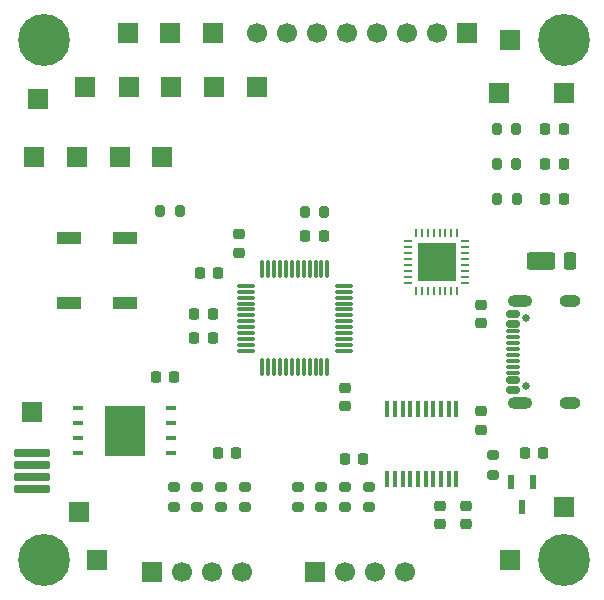
<source format=gbr>
%TF.GenerationSoftware,KiCad,Pcbnew,9.0.5*%
%TF.CreationDate,2026-01-02T01:02:28-05:00*%
%TF.ProjectId,fin-prototype,66696e2d-7072-46f7-946f-747970652e6b,rev?*%
%TF.SameCoordinates,Original*%
%TF.FileFunction,Soldermask,Top*%
%TF.FilePolarity,Negative*%
%FSLAX46Y46*%
G04 Gerber Fmt 4.6, Leading zero omitted, Abs format (unit mm)*
G04 Created by KiCad (PCBNEW 9.0.5) date 2026-01-02 01:02:28*
%MOMM*%
%LPD*%
G01*
G04 APERTURE LIST*
G04 Aperture macros list*
%AMRoundRect*
0 Rectangle with rounded corners*
0 $1 Rounding radius*
0 $2 $3 $4 $5 $6 $7 $8 $9 X,Y pos of 4 corners*
0 Add a 4 corners polygon primitive as box body*
4,1,4,$2,$3,$4,$5,$6,$7,$8,$9,$2,$3,0*
0 Add four circle primitives for the rounded corners*
1,1,$1+$1,$2,$3*
1,1,$1+$1,$4,$5*
1,1,$1+$1,$6,$7*
1,1,$1+$1,$8,$9*
0 Add four rect primitives between the rounded corners*
20,1,$1+$1,$2,$3,$4,$5,0*
20,1,$1+$1,$4,$5,$6,$7,0*
20,1,$1+$1,$6,$7,$8,$9,0*
20,1,$1+$1,$8,$9,$2,$3,0*%
G04 Aperture macros list end*
%ADD10R,1.700000X1.700000*%
%ADD11C,1.700000*%
%ADD12RoundRect,0.200000X-0.275000X0.200000X-0.275000X-0.200000X0.275000X-0.200000X0.275000X0.200000X0*%
%ADD13RoundRect,0.225000X0.250000X-0.225000X0.250000X0.225000X-0.250000X0.225000X-0.250000X-0.225000X0*%
%ADD14R,0.355600X1.409700*%
%ADD15C,4.400000*%
%ADD16RoundRect,0.200000X-0.200000X-0.275000X0.200000X-0.275000X0.200000X0.275000X-0.200000X0.275000X0*%
%ADD17RoundRect,0.225000X-0.250000X0.225000X-0.250000X-0.225000X0.250000X-0.225000X0.250000X0.225000X0*%
%ADD18RoundRect,0.218750X0.218750X0.256250X-0.218750X0.256250X-0.218750X-0.256250X0.218750X-0.256250X0*%
%ADD19C,0.650000*%
%ADD20RoundRect,0.150000X0.425000X-0.150000X0.425000X0.150000X-0.425000X0.150000X-0.425000X-0.150000X0*%
%ADD21RoundRect,0.075000X0.500000X-0.075000X0.500000X0.075000X-0.500000X0.075000X-0.500000X-0.075000X0*%
%ADD22O,2.100000X1.000000*%
%ADD23O,1.800000X1.000000*%
%ADD24RoundRect,0.225000X0.225000X0.250000X-0.225000X0.250000X-0.225000X-0.250000X0.225000X-0.250000X0*%
%ADD25RoundRect,0.075000X-0.662500X-0.075000X0.662500X-0.075000X0.662500X0.075000X-0.662500X0.075000X0*%
%ADD26RoundRect,0.075000X-0.075000X-0.662500X0.075000X-0.662500X0.075000X0.662500X-0.075000X0.662500X0*%
%ADD27R,0.762000X0.254000*%
%ADD28R,0.254000X0.762000*%
%ADD29R,3.200400X3.200400*%
%ADD30RoundRect,0.200000X0.200000X0.275000X-0.200000X0.275000X-0.200000X-0.275000X0.200000X-0.275000X0*%
%ADD31RoundRect,0.200000X0.275000X-0.200000X0.275000X0.200000X-0.275000X0.200000X-0.275000X-0.200000X0*%
%ADD32RoundRect,0.105000X-1.395000X0.245000X-1.395000X-0.245000X1.395000X-0.245000X1.395000X0.245000X0*%
%ADD33RoundRect,0.218750X-0.218750X-0.256250X0.218750X-0.256250X0.218750X0.256250X-0.218750X0.256250X0*%
%ADD34R,0.599999X1.300000*%
%ADD35R,2.108200X0.990600*%
%ADD36RoundRect,0.225000X-0.225000X-0.250000X0.225000X-0.250000X0.225000X0.250000X-0.225000X0.250000X0*%
%ADD37R,0.863600X0.431800*%
%ADD38R,3.454400X4.343400*%
%ADD39RoundRect,0.250000X0.950000X0.500000X-0.950000X0.500000X-0.950000X-0.500000X0.950000X-0.500000X0*%
%ADD40RoundRect,0.250000X0.275000X0.500000X-0.275000X0.500000X-0.275000X-0.500000X0.275000X-0.500000X0*%
G04 APERTURE END LIST*
D10*
%TO.C,J7*%
X136000000Y-56500000D03*
%TD*%
%TO.C,J2*%
X106690000Y-97000000D03*
D11*
X109230000Y-97000000D03*
X111770000Y-97000000D03*
X114310000Y-97000000D03*
%TD*%
D12*
%TO.C,R4*%
X123000000Y-89850000D03*
X123000000Y-91500000D03*
%TD*%
D13*
%TO.C,C7*%
X114000000Y-70000000D03*
X114000000Y-68450000D03*
%TD*%
D14*
%TO.C,U1*%
X132425000Y-83272250D03*
X131774999Y-83272250D03*
X131125001Y-83272250D03*
X130474999Y-83272250D03*
X129825001Y-83272250D03*
X129175002Y-83272250D03*
X128525001Y-83272250D03*
X127875002Y-83272250D03*
X127225001Y-83272250D03*
X126575002Y-83272250D03*
X126575000Y-89177750D03*
X127224998Y-89177750D03*
X127874999Y-89177750D03*
X128524998Y-89177750D03*
X129174999Y-89177750D03*
X129824998Y-89177750D03*
X130474999Y-89177750D03*
X131124998Y-89177750D03*
X131774999Y-89177750D03*
X132424998Y-89177750D03*
%TD*%
D10*
%TO.C,J15*%
X107500000Y-61900000D03*
%TD*%
D15*
%TO.C,H4*%
X97500000Y-96000000D03*
%TD*%
D16*
%TO.C,R8*%
X135850000Y-62500000D03*
X137500000Y-62500000D03*
%TD*%
D12*
%TO.C,R13*%
X121000000Y-89850000D03*
X121000000Y-91500000D03*
%TD*%
D16*
%TO.C,R10*%
X119575000Y-66600000D03*
X121225000Y-66600000D03*
%TD*%
D10*
%TO.C,J8*%
X111800000Y-51400000D03*
%TD*%
%TO.C,TP5*%
X101000000Y-56000000D03*
%TD*%
D17*
%TO.C,C13*%
X134500000Y-74450000D03*
X134500000Y-76000000D03*
%TD*%
D18*
%TO.C,D4*%
X121187500Y-68600000D03*
X119612500Y-68600000D03*
%TD*%
D10*
%TO.C,TP3*%
X100500000Y-92000000D03*
%TD*%
%TO.C,J6*%
X96700000Y-61900000D03*
%TD*%
%TO.C,TP4*%
X137000000Y-96000000D03*
%TD*%
D19*
%TO.C,J1*%
X138320000Y-81295000D03*
X138320000Y-75515000D03*
D20*
X137245000Y-81605000D03*
X137245000Y-80805000D03*
D21*
X137245000Y-79655000D03*
X137245000Y-78655000D03*
X137245000Y-78155000D03*
X137245000Y-77155000D03*
D20*
X137245000Y-76005000D03*
X137245000Y-75205000D03*
X137245000Y-75205000D03*
X137245000Y-76005000D03*
D21*
X137245000Y-76655000D03*
X137245000Y-77655000D03*
X137245000Y-79155000D03*
X137245000Y-80155000D03*
D20*
X137245000Y-80805000D03*
X137245000Y-81605000D03*
D22*
X137820000Y-82725000D03*
D23*
X142000000Y-82725000D03*
D22*
X137820000Y-74085000D03*
D23*
X142000000Y-74085000D03*
%TD*%
D12*
%TO.C,R14*%
X119000000Y-89850000D03*
X119000000Y-91500000D03*
%TD*%
D24*
%TO.C,C9*%
X111775000Y-77225000D03*
X110225000Y-77225000D03*
%TD*%
D25*
%TO.C,U2*%
X114587500Y-72812500D03*
X114587500Y-73312500D03*
X114587500Y-73812500D03*
X114587500Y-74312500D03*
X114587500Y-74812500D03*
X114587500Y-75312500D03*
X114587500Y-75812500D03*
X114587500Y-76312500D03*
X114587500Y-76812500D03*
X114587500Y-77312500D03*
X114587500Y-77812500D03*
X114587500Y-78312500D03*
D26*
X116000000Y-79725000D03*
X116500000Y-79725000D03*
X117000000Y-79725000D03*
X117500000Y-79725000D03*
X118000000Y-79725000D03*
X118500000Y-79725000D03*
X119000000Y-79725000D03*
X119500000Y-79725000D03*
X120000000Y-79725000D03*
X120500000Y-79725000D03*
X121000000Y-79725000D03*
X121500000Y-79725000D03*
D25*
X122912500Y-78312500D03*
X122912500Y-77812500D03*
X122912500Y-77312500D03*
X122912500Y-76812500D03*
X122912500Y-76312500D03*
X122912500Y-75812500D03*
X122912500Y-75312500D03*
X122912500Y-74812500D03*
X122912500Y-74312500D03*
X122912500Y-73812500D03*
X122912500Y-73312500D03*
X122912500Y-72812500D03*
D26*
X121500000Y-71400000D03*
X121000000Y-71400000D03*
X120500000Y-71400000D03*
X120000000Y-71400000D03*
X119500000Y-71400000D03*
X119000000Y-71400000D03*
X118500000Y-71400000D03*
X118000000Y-71400000D03*
X117500000Y-71400000D03*
X117000000Y-71400000D03*
X116500000Y-71400000D03*
X116000000Y-71400000D03*
%TD*%
D13*
%TO.C,C4*%
X133225000Y-93000000D03*
X133225000Y-91450000D03*
%TD*%
D27*
%TO.C,U5*%
X128323985Y-69048859D03*
X128323985Y-69548985D03*
X128323985Y-70049111D03*
X128323985Y-70549237D03*
X128323985Y-71049363D03*
X128323985Y-71549489D03*
X128323985Y-72049615D03*
X128323985Y-72549741D03*
D28*
X128999244Y-73225000D03*
X129499370Y-73225000D03*
X129999496Y-73225000D03*
X130499622Y-73225000D03*
X130999748Y-73225000D03*
X131499874Y-73225000D03*
X132000000Y-73225000D03*
X132500126Y-73225000D03*
D27*
X133175385Y-72549741D03*
X133175385Y-72049615D03*
X133175385Y-71549489D03*
X133175385Y-71049363D03*
X133175385Y-70549237D03*
X133175385Y-70049111D03*
X133175385Y-69548985D03*
X133175385Y-69048859D03*
D28*
X132500126Y-68373600D03*
X132000000Y-68373600D03*
X131499874Y-68373600D03*
X130999748Y-68373600D03*
X130499622Y-68373600D03*
X129999496Y-68373600D03*
X129499370Y-68373600D03*
X128999244Y-68373600D03*
D29*
X130749685Y-70799300D03*
%TD*%
D10*
%TO.C,J17*%
X104700000Y-56000000D03*
%TD*%
D30*
%TO.C,R2*%
X109000000Y-66500000D03*
X107350000Y-66500000D03*
%TD*%
D17*
%TO.C,C11*%
X131000000Y-91450000D03*
X131000000Y-93000000D03*
%TD*%
D16*
%TO.C,R9*%
X135887500Y-65500000D03*
X137537500Y-65500000D03*
%TD*%
D10*
%TO.C,J9*%
X96500000Y-83500000D03*
%TD*%
D31*
%TO.C,R12*%
X114500000Y-91500000D03*
X114500000Y-89850000D03*
%TD*%
%TO.C,R1*%
X135500000Y-88825000D03*
X135500000Y-87175000D03*
%TD*%
D15*
%TO.C,H3*%
X141500000Y-96000000D03*
%TD*%
D10*
%TO.C,J11*%
X111900000Y-56000000D03*
%TD*%
D17*
%TO.C,C6*%
X123000000Y-81450000D03*
X123000000Y-83000000D03*
%TD*%
D10*
%TO.C,TP7*%
X141500000Y-91500000D03*
%TD*%
%TO.C,TP8*%
X102000000Y-96000000D03*
%TD*%
%TO.C,J18*%
X100300000Y-61900000D03*
%TD*%
%TO.C,J12*%
X108200000Y-51400000D03*
%TD*%
D15*
%TO.C,H1*%
X97500000Y-52000000D03*
%TD*%
D31*
%TO.C,R11*%
X112500000Y-91500000D03*
X112500000Y-89850000D03*
%TD*%
D10*
%TO.C,J10*%
X115500000Y-56000000D03*
%TD*%
%TO.C,TP6*%
X141500000Y-56500000D03*
%TD*%
D30*
%TO.C,R7*%
X137500000Y-59500000D03*
X135850000Y-59500000D03*
%TD*%
D10*
%TO.C,J4*%
X133280000Y-51400000D03*
D11*
X130740000Y-51400000D03*
X128200000Y-51400000D03*
X125660000Y-51400000D03*
X123120000Y-51400000D03*
X120580000Y-51400000D03*
X118040000Y-51400000D03*
X115500000Y-51400000D03*
%TD*%
D10*
%TO.C,J3*%
X120420000Y-97000000D03*
D11*
X122960000Y-97000000D03*
X125500000Y-97000000D03*
X128040000Y-97000000D03*
%TD*%
D12*
%TO.C,R6*%
X108500000Y-89850000D03*
X108500000Y-91500000D03*
%TD*%
D10*
%TO.C,J16*%
X103900000Y-61900000D03*
%TD*%
D24*
%TO.C,C3*%
X124500000Y-87500000D03*
X122950000Y-87500000D03*
%TD*%
D17*
%TO.C,C10*%
X134500000Y-83450000D03*
X134500000Y-85000000D03*
%TD*%
D10*
%TO.C,J14*%
X104600000Y-51400000D03*
%TD*%
D32*
%TO.C,J5*%
X96500000Y-87000000D03*
X96500000Y-88000000D03*
X96500000Y-89000000D03*
X96500000Y-90000000D03*
%TD*%
D33*
%TO.C,D2*%
X139925000Y-62500000D03*
X141500000Y-62500000D03*
%TD*%
D15*
%TO.C,H2*%
X141500000Y-52000000D03*
%TD*%
D34*
%TO.C,U4*%
X138950001Y-89450000D03*
X137049999Y-89450000D03*
X138000000Y-91550000D03*
%TD*%
D10*
%TO.C,TP1*%
X137000000Y-52000000D03*
%TD*%
D31*
%TO.C,R5*%
X110500000Y-91500000D03*
X110500000Y-89850000D03*
%TD*%
D10*
%TO.C,TP2*%
X97000000Y-57000000D03*
%TD*%
%TO.C,J13*%
X108300000Y-56000000D03*
%TD*%
D35*
%TO.C,SW1*%
X99650500Y-74225000D03*
X104349500Y-74225000D03*
%TD*%
D24*
%TO.C,C5*%
X113775000Y-87000000D03*
X112225000Y-87000000D03*
%TD*%
%TO.C,C12*%
X108550000Y-80500000D03*
X107000000Y-80500000D03*
%TD*%
D36*
%TO.C,C2*%
X110225000Y-75225000D03*
X111775000Y-75225000D03*
%TD*%
D35*
%TO.C,SW2*%
X99650500Y-68725000D03*
X104349500Y-68725000D03*
%TD*%
D24*
%TO.C,C8*%
X112275000Y-71725000D03*
X110725000Y-71725000D03*
%TD*%
D37*
%TO.C,U3*%
X100426400Y-83190000D03*
X100426400Y-84460000D03*
X100426400Y-85730000D03*
X100426400Y-87000000D03*
X108275000Y-87000000D03*
X108275000Y-85730000D03*
X108275000Y-84460000D03*
X108275000Y-83190000D03*
D38*
X104350700Y-85095000D03*
%TD*%
D31*
%TO.C,R3*%
X125000000Y-91500000D03*
X125000000Y-89850000D03*
%TD*%
D33*
%TO.C,D3*%
X139925000Y-65500000D03*
X141500000Y-65500000D03*
%TD*%
%TO.C,D1*%
X139925000Y-59500000D03*
X141500000Y-59500000D03*
%TD*%
D36*
%TO.C,C1*%
X138225000Y-87000000D03*
X139775000Y-87000000D03*
%TD*%
D39*
%TO.C,D5*%
X139625000Y-70725000D03*
D40*
X142000000Y-70725000D03*
%TD*%
M02*

</source>
